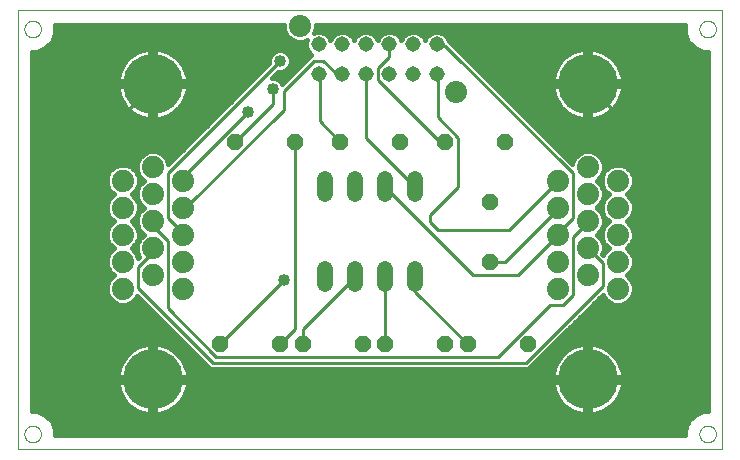
<source format=gbl>
G75*
%MOIN*%
%OFA0B0*%
%FSLAX25Y25*%
%IPPOS*%
%LPD*%
%AMOC8*
5,1,8,0,0,1.08239X$1,22.5*
%
%ADD10C,0.00000*%
%ADD11C,0.05200*%
%ADD12C,0.07400*%
%ADD13C,0.20000*%
%ADD14OC8,0.05200*%
%ADD15C,0.05150*%
%ADD16C,0.07382*%
%ADD17C,0.01000*%
%ADD18C,0.04000*%
%ADD19C,0.01600*%
D10*
X0025955Y0001800D02*
X0025955Y0148001D01*
X0260876Y0148001D01*
X0260876Y0001800D01*
X0025955Y0001800D01*
X0028199Y0006800D02*
X0028201Y0006905D01*
X0028207Y0007010D01*
X0028217Y0007114D01*
X0028231Y0007218D01*
X0028249Y0007322D01*
X0028271Y0007424D01*
X0028296Y0007526D01*
X0028326Y0007627D01*
X0028359Y0007726D01*
X0028396Y0007824D01*
X0028437Y0007921D01*
X0028482Y0008016D01*
X0028530Y0008109D01*
X0028581Y0008201D01*
X0028637Y0008290D01*
X0028695Y0008377D01*
X0028757Y0008462D01*
X0028821Y0008545D01*
X0028889Y0008625D01*
X0028960Y0008702D01*
X0029034Y0008776D01*
X0029111Y0008848D01*
X0029190Y0008917D01*
X0029272Y0008982D01*
X0029356Y0009045D01*
X0029443Y0009104D01*
X0029532Y0009160D01*
X0029623Y0009213D01*
X0029716Y0009262D01*
X0029810Y0009307D01*
X0029906Y0009349D01*
X0030004Y0009387D01*
X0030103Y0009421D01*
X0030204Y0009452D01*
X0030305Y0009478D01*
X0030408Y0009501D01*
X0030511Y0009520D01*
X0030615Y0009535D01*
X0030719Y0009546D01*
X0030824Y0009553D01*
X0030929Y0009556D01*
X0031034Y0009555D01*
X0031139Y0009550D01*
X0031243Y0009541D01*
X0031347Y0009528D01*
X0031451Y0009511D01*
X0031554Y0009490D01*
X0031656Y0009465D01*
X0031757Y0009437D01*
X0031856Y0009404D01*
X0031955Y0009368D01*
X0032052Y0009328D01*
X0032147Y0009285D01*
X0032241Y0009237D01*
X0032333Y0009187D01*
X0032423Y0009133D01*
X0032511Y0009075D01*
X0032596Y0009014D01*
X0032679Y0008950D01*
X0032760Y0008883D01*
X0032838Y0008813D01*
X0032913Y0008739D01*
X0032985Y0008664D01*
X0033055Y0008585D01*
X0033121Y0008504D01*
X0033185Y0008420D01*
X0033245Y0008334D01*
X0033301Y0008246D01*
X0033355Y0008155D01*
X0033405Y0008063D01*
X0033451Y0007969D01*
X0033494Y0007873D01*
X0033533Y0007775D01*
X0033568Y0007677D01*
X0033599Y0007576D01*
X0033627Y0007475D01*
X0033651Y0007373D01*
X0033671Y0007270D01*
X0033687Y0007166D01*
X0033699Y0007062D01*
X0033707Y0006957D01*
X0033711Y0006852D01*
X0033711Y0006748D01*
X0033707Y0006643D01*
X0033699Y0006538D01*
X0033687Y0006434D01*
X0033671Y0006330D01*
X0033651Y0006227D01*
X0033627Y0006125D01*
X0033599Y0006024D01*
X0033568Y0005923D01*
X0033533Y0005825D01*
X0033494Y0005727D01*
X0033451Y0005631D01*
X0033405Y0005537D01*
X0033355Y0005445D01*
X0033301Y0005354D01*
X0033245Y0005266D01*
X0033185Y0005180D01*
X0033121Y0005096D01*
X0033055Y0005015D01*
X0032985Y0004936D01*
X0032913Y0004861D01*
X0032838Y0004787D01*
X0032760Y0004717D01*
X0032679Y0004650D01*
X0032596Y0004586D01*
X0032511Y0004525D01*
X0032423Y0004467D01*
X0032333Y0004413D01*
X0032241Y0004363D01*
X0032147Y0004315D01*
X0032052Y0004272D01*
X0031955Y0004232D01*
X0031856Y0004196D01*
X0031757Y0004163D01*
X0031656Y0004135D01*
X0031554Y0004110D01*
X0031451Y0004089D01*
X0031347Y0004072D01*
X0031243Y0004059D01*
X0031139Y0004050D01*
X0031034Y0004045D01*
X0030929Y0004044D01*
X0030824Y0004047D01*
X0030719Y0004054D01*
X0030615Y0004065D01*
X0030511Y0004080D01*
X0030408Y0004099D01*
X0030305Y0004122D01*
X0030204Y0004148D01*
X0030103Y0004179D01*
X0030004Y0004213D01*
X0029906Y0004251D01*
X0029810Y0004293D01*
X0029716Y0004338D01*
X0029623Y0004387D01*
X0029532Y0004440D01*
X0029443Y0004496D01*
X0029356Y0004555D01*
X0029272Y0004618D01*
X0029190Y0004683D01*
X0029111Y0004752D01*
X0029034Y0004824D01*
X0028960Y0004898D01*
X0028889Y0004975D01*
X0028821Y0005055D01*
X0028757Y0005138D01*
X0028695Y0005223D01*
X0028637Y0005310D01*
X0028581Y0005399D01*
X0028530Y0005491D01*
X0028482Y0005584D01*
X0028437Y0005679D01*
X0028396Y0005776D01*
X0028359Y0005874D01*
X0028326Y0005973D01*
X0028296Y0006074D01*
X0028271Y0006176D01*
X0028249Y0006278D01*
X0028231Y0006382D01*
X0028217Y0006486D01*
X0028207Y0006590D01*
X0028201Y0006695D01*
X0028199Y0006800D01*
X0253199Y0006800D02*
X0253201Y0006905D01*
X0253207Y0007010D01*
X0253217Y0007114D01*
X0253231Y0007218D01*
X0253249Y0007322D01*
X0253271Y0007424D01*
X0253296Y0007526D01*
X0253326Y0007627D01*
X0253359Y0007726D01*
X0253396Y0007824D01*
X0253437Y0007921D01*
X0253482Y0008016D01*
X0253530Y0008109D01*
X0253581Y0008201D01*
X0253637Y0008290D01*
X0253695Y0008377D01*
X0253757Y0008462D01*
X0253821Y0008545D01*
X0253889Y0008625D01*
X0253960Y0008702D01*
X0254034Y0008776D01*
X0254111Y0008848D01*
X0254190Y0008917D01*
X0254272Y0008982D01*
X0254356Y0009045D01*
X0254443Y0009104D01*
X0254532Y0009160D01*
X0254623Y0009213D01*
X0254716Y0009262D01*
X0254810Y0009307D01*
X0254906Y0009349D01*
X0255004Y0009387D01*
X0255103Y0009421D01*
X0255204Y0009452D01*
X0255305Y0009478D01*
X0255408Y0009501D01*
X0255511Y0009520D01*
X0255615Y0009535D01*
X0255719Y0009546D01*
X0255824Y0009553D01*
X0255929Y0009556D01*
X0256034Y0009555D01*
X0256139Y0009550D01*
X0256243Y0009541D01*
X0256347Y0009528D01*
X0256451Y0009511D01*
X0256554Y0009490D01*
X0256656Y0009465D01*
X0256757Y0009437D01*
X0256856Y0009404D01*
X0256955Y0009368D01*
X0257052Y0009328D01*
X0257147Y0009285D01*
X0257241Y0009237D01*
X0257333Y0009187D01*
X0257423Y0009133D01*
X0257511Y0009075D01*
X0257596Y0009014D01*
X0257679Y0008950D01*
X0257760Y0008883D01*
X0257838Y0008813D01*
X0257913Y0008739D01*
X0257985Y0008664D01*
X0258055Y0008585D01*
X0258121Y0008504D01*
X0258185Y0008420D01*
X0258245Y0008334D01*
X0258301Y0008246D01*
X0258355Y0008155D01*
X0258405Y0008063D01*
X0258451Y0007969D01*
X0258494Y0007873D01*
X0258533Y0007775D01*
X0258568Y0007677D01*
X0258599Y0007576D01*
X0258627Y0007475D01*
X0258651Y0007373D01*
X0258671Y0007270D01*
X0258687Y0007166D01*
X0258699Y0007062D01*
X0258707Y0006957D01*
X0258711Y0006852D01*
X0258711Y0006748D01*
X0258707Y0006643D01*
X0258699Y0006538D01*
X0258687Y0006434D01*
X0258671Y0006330D01*
X0258651Y0006227D01*
X0258627Y0006125D01*
X0258599Y0006024D01*
X0258568Y0005923D01*
X0258533Y0005825D01*
X0258494Y0005727D01*
X0258451Y0005631D01*
X0258405Y0005537D01*
X0258355Y0005445D01*
X0258301Y0005354D01*
X0258245Y0005266D01*
X0258185Y0005180D01*
X0258121Y0005096D01*
X0258055Y0005015D01*
X0257985Y0004936D01*
X0257913Y0004861D01*
X0257838Y0004787D01*
X0257760Y0004717D01*
X0257679Y0004650D01*
X0257596Y0004586D01*
X0257511Y0004525D01*
X0257423Y0004467D01*
X0257333Y0004413D01*
X0257241Y0004363D01*
X0257147Y0004315D01*
X0257052Y0004272D01*
X0256955Y0004232D01*
X0256856Y0004196D01*
X0256757Y0004163D01*
X0256656Y0004135D01*
X0256554Y0004110D01*
X0256451Y0004089D01*
X0256347Y0004072D01*
X0256243Y0004059D01*
X0256139Y0004050D01*
X0256034Y0004045D01*
X0255929Y0004044D01*
X0255824Y0004047D01*
X0255719Y0004054D01*
X0255615Y0004065D01*
X0255511Y0004080D01*
X0255408Y0004099D01*
X0255305Y0004122D01*
X0255204Y0004148D01*
X0255103Y0004179D01*
X0255004Y0004213D01*
X0254906Y0004251D01*
X0254810Y0004293D01*
X0254716Y0004338D01*
X0254623Y0004387D01*
X0254532Y0004440D01*
X0254443Y0004496D01*
X0254356Y0004555D01*
X0254272Y0004618D01*
X0254190Y0004683D01*
X0254111Y0004752D01*
X0254034Y0004824D01*
X0253960Y0004898D01*
X0253889Y0004975D01*
X0253821Y0005055D01*
X0253757Y0005138D01*
X0253695Y0005223D01*
X0253637Y0005310D01*
X0253581Y0005399D01*
X0253530Y0005491D01*
X0253482Y0005584D01*
X0253437Y0005679D01*
X0253396Y0005776D01*
X0253359Y0005874D01*
X0253326Y0005973D01*
X0253296Y0006074D01*
X0253271Y0006176D01*
X0253249Y0006278D01*
X0253231Y0006382D01*
X0253217Y0006486D01*
X0253207Y0006590D01*
X0253201Y0006695D01*
X0253199Y0006800D01*
X0253199Y0141800D02*
X0253201Y0141905D01*
X0253207Y0142010D01*
X0253217Y0142114D01*
X0253231Y0142218D01*
X0253249Y0142322D01*
X0253271Y0142424D01*
X0253296Y0142526D01*
X0253326Y0142627D01*
X0253359Y0142726D01*
X0253396Y0142824D01*
X0253437Y0142921D01*
X0253482Y0143016D01*
X0253530Y0143109D01*
X0253581Y0143201D01*
X0253637Y0143290D01*
X0253695Y0143377D01*
X0253757Y0143462D01*
X0253821Y0143545D01*
X0253889Y0143625D01*
X0253960Y0143702D01*
X0254034Y0143776D01*
X0254111Y0143848D01*
X0254190Y0143917D01*
X0254272Y0143982D01*
X0254356Y0144045D01*
X0254443Y0144104D01*
X0254532Y0144160D01*
X0254623Y0144213D01*
X0254716Y0144262D01*
X0254810Y0144307D01*
X0254906Y0144349D01*
X0255004Y0144387D01*
X0255103Y0144421D01*
X0255204Y0144452D01*
X0255305Y0144478D01*
X0255408Y0144501D01*
X0255511Y0144520D01*
X0255615Y0144535D01*
X0255719Y0144546D01*
X0255824Y0144553D01*
X0255929Y0144556D01*
X0256034Y0144555D01*
X0256139Y0144550D01*
X0256243Y0144541D01*
X0256347Y0144528D01*
X0256451Y0144511D01*
X0256554Y0144490D01*
X0256656Y0144465D01*
X0256757Y0144437D01*
X0256856Y0144404D01*
X0256955Y0144368D01*
X0257052Y0144328D01*
X0257147Y0144285D01*
X0257241Y0144237D01*
X0257333Y0144187D01*
X0257423Y0144133D01*
X0257511Y0144075D01*
X0257596Y0144014D01*
X0257679Y0143950D01*
X0257760Y0143883D01*
X0257838Y0143813D01*
X0257913Y0143739D01*
X0257985Y0143664D01*
X0258055Y0143585D01*
X0258121Y0143504D01*
X0258185Y0143420D01*
X0258245Y0143334D01*
X0258301Y0143246D01*
X0258355Y0143155D01*
X0258405Y0143063D01*
X0258451Y0142969D01*
X0258494Y0142873D01*
X0258533Y0142775D01*
X0258568Y0142677D01*
X0258599Y0142576D01*
X0258627Y0142475D01*
X0258651Y0142373D01*
X0258671Y0142270D01*
X0258687Y0142166D01*
X0258699Y0142062D01*
X0258707Y0141957D01*
X0258711Y0141852D01*
X0258711Y0141748D01*
X0258707Y0141643D01*
X0258699Y0141538D01*
X0258687Y0141434D01*
X0258671Y0141330D01*
X0258651Y0141227D01*
X0258627Y0141125D01*
X0258599Y0141024D01*
X0258568Y0140923D01*
X0258533Y0140825D01*
X0258494Y0140727D01*
X0258451Y0140631D01*
X0258405Y0140537D01*
X0258355Y0140445D01*
X0258301Y0140354D01*
X0258245Y0140266D01*
X0258185Y0140180D01*
X0258121Y0140096D01*
X0258055Y0140015D01*
X0257985Y0139936D01*
X0257913Y0139861D01*
X0257838Y0139787D01*
X0257760Y0139717D01*
X0257679Y0139650D01*
X0257596Y0139586D01*
X0257511Y0139525D01*
X0257423Y0139467D01*
X0257333Y0139413D01*
X0257241Y0139363D01*
X0257147Y0139315D01*
X0257052Y0139272D01*
X0256955Y0139232D01*
X0256856Y0139196D01*
X0256757Y0139163D01*
X0256656Y0139135D01*
X0256554Y0139110D01*
X0256451Y0139089D01*
X0256347Y0139072D01*
X0256243Y0139059D01*
X0256139Y0139050D01*
X0256034Y0139045D01*
X0255929Y0139044D01*
X0255824Y0139047D01*
X0255719Y0139054D01*
X0255615Y0139065D01*
X0255511Y0139080D01*
X0255408Y0139099D01*
X0255305Y0139122D01*
X0255204Y0139148D01*
X0255103Y0139179D01*
X0255004Y0139213D01*
X0254906Y0139251D01*
X0254810Y0139293D01*
X0254716Y0139338D01*
X0254623Y0139387D01*
X0254532Y0139440D01*
X0254443Y0139496D01*
X0254356Y0139555D01*
X0254272Y0139618D01*
X0254190Y0139683D01*
X0254111Y0139752D01*
X0254034Y0139824D01*
X0253960Y0139898D01*
X0253889Y0139975D01*
X0253821Y0140055D01*
X0253757Y0140138D01*
X0253695Y0140223D01*
X0253637Y0140310D01*
X0253581Y0140399D01*
X0253530Y0140491D01*
X0253482Y0140584D01*
X0253437Y0140679D01*
X0253396Y0140776D01*
X0253359Y0140874D01*
X0253326Y0140973D01*
X0253296Y0141074D01*
X0253271Y0141176D01*
X0253249Y0141278D01*
X0253231Y0141382D01*
X0253217Y0141486D01*
X0253207Y0141590D01*
X0253201Y0141695D01*
X0253199Y0141800D01*
X0028199Y0141800D02*
X0028201Y0141905D01*
X0028207Y0142010D01*
X0028217Y0142114D01*
X0028231Y0142218D01*
X0028249Y0142322D01*
X0028271Y0142424D01*
X0028296Y0142526D01*
X0028326Y0142627D01*
X0028359Y0142726D01*
X0028396Y0142824D01*
X0028437Y0142921D01*
X0028482Y0143016D01*
X0028530Y0143109D01*
X0028581Y0143201D01*
X0028637Y0143290D01*
X0028695Y0143377D01*
X0028757Y0143462D01*
X0028821Y0143545D01*
X0028889Y0143625D01*
X0028960Y0143702D01*
X0029034Y0143776D01*
X0029111Y0143848D01*
X0029190Y0143917D01*
X0029272Y0143982D01*
X0029356Y0144045D01*
X0029443Y0144104D01*
X0029532Y0144160D01*
X0029623Y0144213D01*
X0029716Y0144262D01*
X0029810Y0144307D01*
X0029906Y0144349D01*
X0030004Y0144387D01*
X0030103Y0144421D01*
X0030204Y0144452D01*
X0030305Y0144478D01*
X0030408Y0144501D01*
X0030511Y0144520D01*
X0030615Y0144535D01*
X0030719Y0144546D01*
X0030824Y0144553D01*
X0030929Y0144556D01*
X0031034Y0144555D01*
X0031139Y0144550D01*
X0031243Y0144541D01*
X0031347Y0144528D01*
X0031451Y0144511D01*
X0031554Y0144490D01*
X0031656Y0144465D01*
X0031757Y0144437D01*
X0031856Y0144404D01*
X0031955Y0144368D01*
X0032052Y0144328D01*
X0032147Y0144285D01*
X0032241Y0144237D01*
X0032333Y0144187D01*
X0032423Y0144133D01*
X0032511Y0144075D01*
X0032596Y0144014D01*
X0032679Y0143950D01*
X0032760Y0143883D01*
X0032838Y0143813D01*
X0032913Y0143739D01*
X0032985Y0143664D01*
X0033055Y0143585D01*
X0033121Y0143504D01*
X0033185Y0143420D01*
X0033245Y0143334D01*
X0033301Y0143246D01*
X0033355Y0143155D01*
X0033405Y0143063D01*
X0033451Y0142969D01*
X0033494Y0142873D01*
X0033533Y0142775D01*
X0033568Y0142677D01*
X0033599Y0142576D01*
X0033627Y0142475D01*
X0033651Y0142373D01*
X0033671Y0142270D01*
X0033687Y0142166D01*
X0033699Y0142062D01*
X0033707Y0141957D01*
X0033711Y0141852D01*
X0033711Y0141748D01*
X0033707Y0141643D01*
X0033699Y0141538D01*
X0033687Y0141434D01*
X0033671Y0141330D01*
X0033651Y0141227D01*
X0033627Y0141125D01*
X0033599Y0141024D01*
X0033568Y0140923D01*
X0033533Y0140825D01*
X0033494Y0140727D01*
X0033451Y0140631D01*
X0033405Y0140537D01*
X0033355Y0140445D01*
X0033301Y0140354D01*
X0033245Y0140266D01*
X0033185Y0140180D01*
X0033121Y0140096D01*
X0033055Y0140015D01*
X0032985Y0139936D01*
X0032913Y0139861D01*
X0032838Y0139787D01*
X0032760Y0139717D01*
X0032679Y0139650D01*
X0032596Y0139586D01*
X0032511Y0139525D01*
X0032423Y0139467D01*
X0032333Y0139413D01*
X0032241Y0139363D01*
X0032147Y0139315D01*
X0032052Y0139272D01*
X0031955Y0139232D01*
X0031856Y0139196D01*
X0031757Y0139163D01*
X0031656Y0139135D01*
X0031554Y0139110D01*
X0031451Y0139089D01*
X0031347Y0139072D01*
X0031243Y0139059D01*
X0031139Y0139050D01*
X0031034Y0139045D01*
X0030929Y0139044D01*
X0030824Y0139047D01*
X0030719Y0139054D01*
X0030615Y0139065D01*
X0030511Y0139080D01*
X0030408Y0139099D01*
X0030305Y0139122D01*
X0030204Y0139148D01*
X0030103Y0139179D01*
X0030004Y0139213D01*
X0029906Y0139251D01*
X0029810Y0139293D01*
X0029716Y0139338D01*
X0029623Y0139387D01*
X0029532Y0139440D01*
X0029443Y0139496D01*
X0029356Y0139555D01*
X0029272Y0139618D01*
X0029190Y0139683D01*
X0029111Y0139752D01*
X0029034Y0139824D01*
X0028960Y0139898D01*
X0028889Y0139975D01*
X0028821Y0140055D01*
X0028757Y0140138D01*
X0028695Y0140223D01*
X0028637Y0140310D01*
X0028581Y0140399D01*
X0028530Y0140491D01*
X0028482Y0140584D01*
X0028437Y0140679D01*
X0028396Y0140776D01*
X0028359Y0140874D01*
X0028326Y0140973D01*
X0028296Y0141074D01*
X0028271Y0141176D01*
X0028249Y0141278D01*
X0028231Y0141382D01*
X0028217Y0141486D01*
X0028207Y0141590D01*
X0028201Y0141695D01*
X0028199Y0141800D01*
D11*
X0128455Y0091900D02*
X0128455Y0086700D01*
X0138455Y0086700D02*
X0138455Y0091900D01*
X0148455Y0091900D02*
X0148455Y0086700D01*
X0158455Y0086700D02*
X0158455Y0091900D01*
X0158455Y0061900D02*
X0158455Y0056700D01*
X0148455Y0056700D02*
X0148455Y0061900D01*
X0138455Y0061900D02*
X0138455Y0056700D01*
X0128455Y0056700D02*
X0128455Y0061900D01*
D12*
X0080955Y0064261D03*
X0070955Y0068749D03*
X0060955Y0064261D03*
X0070955Y0059733D03*
X0060955Y0055245D03*
X0080955Y0055245D03*
X0080955Y0073276D03*
X0070955Y0077765D03*
X0060955Y0073276D03*
X0060955Y0082292D03*
X0070955Y0086780D03*
X0060955Y0091308D03*
X0070955Y0095796D03*
X0080955Y0091308D03*
X0080955Y0082292D03*
X0205955Y0082292D03*
X0215955Y0086780D03*
X0225955Y0082292D03*
X0215955Y0077765D03*
X0225955Y0073276D03*
X0215955Y0068749D03*
X0225955Y0064261D03*
X0215955Y0059733D03*
X0225955Y0055245D03*
X0205955Y0055245D03*
X0205955Y0064261D03*
X0205955Y0073276D03*
X0205955Y0091308D03*
X0215955Y0095796D03*
X0225955Y0091308D03*
D13*
X0215955Y0123513D03*
X0070955Y0123513D03*
X0070955Y0025087D03*
X0215955Y0025087D03*
D14*
X0195955Y0036800D03*
X0175955Y0036800D03*
X0168455Y0036800D03*
X0148455Y0036800D03*
X0140955Y0036800D03*
X0120955Y0036800D03*
X0113455Y0036800D03*
X0093455Y0036800D03*
X0183455Y0064300D03*
X0183455Y0084300D03*
X0188455Y0104300D03*
X0168455Y0104300D03*
X0153455Y0104300D03*
X0133455Y0104300D03*
X0118455Y0104300D03*
X0098455Y0104300D03*
D15*
X0126270Y0126879D03*
X0134144Y0126879D03*
X0142018Y0126879D03*
X0149892Y0126879D03*
X0157766Y0126879D03*
X0165640Y0126879D03*
X0165640Y0136721D03*
X0157766Y0136721D03*
X0149892Y0136721D03*
X0142018Y0136721D03*
X0134144Y0136721D03*
X0126270Y0136721D03*
D16*
X0119971Y0142824D03*
X0171939Y0120776D03*
D17*
X0165955Y0126800D02*
X0165640Y0126879D01*
X0165955Y0126800D02*
X0165955Y0112425D01*
X0172830Y0105550D01*
X0172830Y0089300D01*
X0163455Y0079925D01*
X0163455Y0077425D01*
X0165955Y0074925D01*
X0189705Y0074925D01*
X0205955Y0091175D01*
X0205955Y0091308D01*
X0210955Y0093675D02*
X0210955Y0078675D01*
X0205955Y0073675D01*
X0205955Y0073276D01*
X0205955Y0073050D01*
X0192830Y0059925D01*
X0177830Y0059925D01*
X0148455Y0089300D01*
X0158455Y0089300D02*
X0142205Y0105550D01*
X0142205Y0126800D01*
X0142018Y0126879D01*
X0145955Y0128675D02*
X0145955Y0124925D01*
X0166580Y0104300D01*
X0168455Y0104300D01*
X0133455Y0104300D02*
X0126580Y0111175D01*
X0126580Y0126800D01*
X0126270Y0126879D01*
X0127830Y0131175D02*
X0131580Y0127425D01*
X0134080Y0127425D01*
X0134144Y0126879D01*
X0127830Y0131175D02*
X0124705Y0131175D01*
X0114705Y0121175D01*
X0114705Y0114925D01*
X0082205Y0082425D01*
X0080955Y0082425D01*
X0080955Y0082292D01*
X0075955Y0078675D02*
X0080955Y0073675D01*
X0080955Y0073276D01*
X0075955Y0071175D02*
X0075955Y0048675D01*
X0092205Y0032425D01*
X0185955Y0032425D01*
X0203455Y0049925D01*
X0207830Y0049925D01*
X0210955Y0053050D01*
X0210955Y0072425D01*
X0215955Y0077425D01*
X0215955Y0077765D01*
X0205955Y0081800D02*
X0205955Y0082292D01*
X0205955Y0081800D02*
X0188455Y0064300D01*
X0183455Y0064300D01*
X0158455Y0059300D02*
X0158455Y0054300D01*
X0175955Y0036800D01*
X0195330Y0030550D02*
X0220955Y0056175D01*
X0220955Y0063675D01*
X0215955Y0068675D01*
X0215955Y0068749D01*
X0230955Y0053050D02*
X0230955Y0108050D01*
X0215955Y0123050D01*
X0215955Y0123513D01*
X0210955Y0093675D02*
X0168455Y0136175D01*
X0165955Y0136175D01*
X0165640Y0136721D01*
X0149892Y0136721D02*
X0149705Y0136175D01*
X0149705Y0132425D01*
X0145955Y0128675D01*
X0113455Y0131175D02*
X0075955Y0093675D01*
X0075955Y0078675D01*
X0070955Y0077765D02*
X0070955Y0076175D01*
X0075955Y0071175D01*
X0070955Y0068749D02*
X0070955Y0067425D01*
X0065955Y0062425D01*
X0065955Y0055550D01*
X0090955Y0030550D01*
X0195330Y0030550D01*
X0215955Y0025087D02*
X0215955Y0038050D01*
X0230955Y0053050D01*
X0148455Y0059300D02*
X0148455Y0036800D01*
X0138455Y0059300D02*
X0120955Y0041800D01*
X0120955Y0036800D01*
X0118455Y0041800D02*
X0113455Y0036800D01*
X0118455Y0041800D02*
X0118455Y0104300D01*
X0110955Y0116800D02*
X0098455Y0104300D01*
X0102830Y0114300D02*
X0080955Y0092425D01*
X0080955Y0091308D01*
X0055955Y0108050D02*
X0070955Y0123050D01*
X0070955Y0123513D01*
X0055955Y0108050D02*
X0055955Y0053050D01*
X0070955Y0038050D01*
X0070955Y0025087D01*
X0093455Y0036800D02*
X0114705Y0058050D01*
X0110955Y0116800D02*
X0110955Y0121800D01*
D18*
X0110955Y0121800D03*
X0102830Y0114300D03*
X0113455Y0131175D03*
X0114705Y0058050D03*
D19*
X0077656Y0040880D02*
X0030755Y0040880D01*
X0030755Y0039281D02*
X0079254Y0039281D01*
X0080853Y0037683D02*
X0030755Y0037683D01*
X0030755Y0036084D02*
X0066655Y0036084D01*
X0066432Y0036006D02*
X0065238Y0035431D01*
X0064116Y0034726D01*
X0063080Y0033900D01*
X0062143Y0032963D01*
X0061316Y0031926D01*
X0060611Y0030804D01*
X0060036Y0029610D01*
X0059598Y0028359D01*
X0059304Y0027067D01*
X0059171Y0025887D01*
X0070155Y0025887D01*
X0070155Y0024287D01*
X0071755Y0024287D01*
X0071755Y0013303D01*
X0072935Y0013436D01*
X0074227Y0013731D01*
X0075478Y0014168D01*
X0076672Y0014743D01*
X0077794Y0015449D01*
X0078830Y0016275D01*
X0079768Y0017212D01*
X0080594Y0018248D01*
X0081299Y0019371D01*
X0081874Y0020565D01*
X0082312Y0021816D01*
X0082607Y0023108D01*
X0082740Y0024287D01*
X0071755Y0024287D01*
X0071755Y0025887D01*
X0082740Y0025887D01*
X0082607Y0027067D01*
X0082312Y0028359D01*
X0081874Y0029610D01*
X0081299Y0030804D01*
X0080594Y0031926D01*
X0079768Y0032963D01*
X0078830Y0033900D01*
X0077794Y0034726D01*
X0076672Y0035431D01*
X0075478Y0036006D01*
X0074227Y0036444D01*
X0072935Y0036739D01*
X0071755Y0036872D01*
X0071755Y0025887D01*
X0070155Y0025887D01*
X0070155Y0036872D01*
X0068975Y0036739D01*
X0067683Y0036444D01*
X0066432Y0036006D01*
X0063814Y0034486D02*
X0030755Y0034486D01*
X0030755Y0032887D02*
X0062082Y0032887D01*
X0060916Y0031289D02*
X0030755Y0031289D01*
X0030755Y0029690D02*
X0060075Y0029690D01*
X0059537Y0028092D02*
X0030755Y0028092D01*
X0030755Y0026493D02*
X0059239Y0026493D01*
X0059171Y0024287D02*
X0059304Y0023108D01*
X0059598Y0021816D01*
X0060036Y0020565D01*
X0060611Y0019371D01*
X0061316Y0018248D01*
X0062143Y0017212D01*
X0063080Y0016275D01*
X0064116Y0015449D01*
X0065238Y0014743D01*
X0066432Y0014168D01*
X0067683Y0013731D01*
X0068975Y0013436D01*
X0070155Y0013303D01*
X0070155Y0024287D01*
X0059171Y0024287D01*
X0059282Y0023296D02*
X0030755Y0023296D01*
X0030755Y0021698D02*
X0059640Y0021698D01*
X0060260Y0020099D02*
X0030755Y0020099D01*
X0030755Y0018501D02*
X0061158Y0018501D01*
X0062453Y0016902D02*
X0030755Y0016902D01*
X0030755Y0015303D02*
X0064347Y0015303D01*
X0067796Y0013705D02*
X0034030Y0013705D01*
X0035235Y0013206D02*
X0032458Y0014356D01*
X0030755Y0014356D01*
X0030755Y0134244D01*
X0032458Y0134244D01*
X0035235Y0135394D01*
X0037361Y0137520D01*
X0038511Y0140297D01*
X0038511Y0143201D01*
X0114680Y0143201D01*
X0114680Y0141771D01*
X0115485Y0139827D01*
X0116974Y0138338D01*
X0118918Y0137533D01*
X0121023Y0137533D01*
X0122308Y0138065D01*
X0122095Y0137552D01*
X0122095Y0135891D01*
X0122731Y0134356D01*
X0123824Y0133263D01*
X0114122Y0123562D01*
X0114007Y0123839D01*
X0112994Y0124852D01*
X0111671Y0125400D01*
X0110650Y0125400D01*
X0112825Y0127575D01*
X0114171Y0127575D01*
X0115494Y0128123D01*
X0116507Y0129136D01*
X0117055Y0130459D01*
X0117055Y0131891D01*
X0116507Y0133214D01*
X0115494Y0134227D01*
X0114171Y0134775D01*
X0112739Y0134775D01*
X0111416Y0134227D01*
X0110403Y0133214D01*
X0109855Y0131891D01*
X0109855Y0130545D01*
X0076227Y0096917D01*
X0075448Y0098798D01*
X0073957Y0100289D01*
X0072009Y0101096D01*
X0069901Y0101096D01*
X0067953Y0100289D01*
X0066462Y0098798D01*
X0065655Y0096850D01*
X0065655Y0094742D01*
X0066462Y0092794D01*
X0067953Y0091303D01*
X0067989Y0091288D01*
X0067953Y0091273D01*
X0066462Y0089783D01*
X0065655Y0087835D01*
X0065655Y0085726D01*
X0066462Y0083778D01*
X0067953Y0082287D01*
X0067989Y0082272D01*
X0067953Y0082258D01*
X0066462Y0080767D01*
X0065655Y0078819D01*
X0065655Y0076710D01*
X0066462Y0074762D01*
X0067953Y0073271D01*
X0067989Y0073257D01*
X0067953Y0073242D01*
X0066462Y0071751D01*
X0065655Y0069803D01*
X0065655Y0067695D01*
X0066417Y0065856D01*
X0066144Y0065584D01*
X0065448Y0067263D01*
X0063957Y0068754D01*
X0063922Y0068769D01*
X0063957Y0068783D01*
X0065448Y0070274D01*
X0066255Y0072222D01*
X0066255Y0074331D01*
X0065448Y0076279D01*
X0063957Y0077769D01*
X0063922Y0077784D01*
X0063957Y0077799D01*
X0065448Y0079290D01*
X0066255Y0081238D01*
X0066255Y0083346D01*
X0065448Y0085294D01*
X0063957Y0086785D01*
X0063922Y0086800D01*
X0063957Y0086815D01*
X0065448Y0088306D01*
X0066255Y0090254D01*
X0066255Y0092362D01*
X0065448Y0094310D01*
X0063957Y0095801D01*
X0062009Y0096608D01*
X0059901Y0096608D01*
X0057953Y0095801D01*
X0056462Y0094310D01*
X0055655Y0092362D01*
X0055655Y0090254D01*
X0056462Y0088306D01*
X0057953Y0086815D01*
X0057989Y0086800D01*
X0057953Y0086785D01*
X0056462Y0085294D01*
X0055655Y0083346D01*
X0055655Y0081238D01*
X0056462Y0079290D01*
X0057953Y0077799D01*
X0057989Y0077784D01*
X0057953Y0077769D01*
X0056462Y0076279D01*
X0055655Y0074331D01*
X0055655Y0072222D01*
X0056462Y0070274D01*
X0057953Y0068783D01*
X0057989Y0068769D01*
X0057953Y0068754D01*
X0056462Y0067263D01*
X0055655Y0065315D01*
X0055655Y0063206D01*
X0056462Y0061258D01*
X0057953Y0059768D01*
X0057989Y0059753D01*
X0057953Y0059738D01*
X0056462Y0058247D01*
X0055655Y0056299D01*
X0055655Y0054191D01*
X0056462Y0052243D01*
X0057953Y0050752D01*
X0059901Y0049945D01*
X0062009Y0049945D01*
X0063957Y0050752D01*
X0065448Y0052243D01*
X0065696Y0052840D01*
X0090085Y0028450D01*
X0196200Y0028450D01*
X0221032Y0053282D01*
X0221462Y0052243D01*
X0222953Y0050752D01*
X0224901Y0049945D01*
X0227009Y0049945D01*
X0228957Y0050752D01*
X0230448Y0052243D01*
X0231255Y0054191D01*
X0231255Y0056299D01*
X0230448Y0058247D01*
X0228957Y0059738D01*
X0228922Y0059753D01*
X0228957Y0059768D01*
X0230448Y0061258D01*
X0231255Y0063206D01*
X0231255Y0065315D01*
X0230448Y0067263D01*
X0228957Y0068754D01*
X0228922Y0068769D01*
X0228957Y0068783D01*
X0230448Y0070274D01*
X0231255Y0072222D01*
X0231255Y0074331D01*
X0230448Y0076279D01*
X0228957Y0077769D01*
X0228922Y0077784D01*
X0228957Y0077799D01*
X0230448Y0079290D01*
X0231255Y0081238D01*
X0231255Y0083346D01*
X0230448Y0085294D01*
X0228957Y0086785D01*
X0228922Y0086800D01*
X0228957Y0086815D01*
X0230448Y0088306D01*
X0231255Y0090254D01*
X0231255Y0092362D01*
X0230448Y0094310D01*
X0228957Y0095801D01*
X0227009Y0096608D01*
X0224901Y0096608D01*
X0222953Y0095801D01*
X0221462Y0094310D01*
X0220655Y0092362D01*
X0220655Y0090254D01*
X0221462Y0088306D01*
X0222953Y0086815D01*
X0222989Y0086800D01*
X0222953Y0086785D01*
X0221462Y0085294D01*
X0220655Y0083346D01*
X0220655Y0081238D01*
X0221462Y0079290D01*
X0222953Y0077799D01*
X0222989Y0077784D01*
X0222953Y0077769D01*
X0221462Y0076279D01*
X0220655Y0074331D01*
X0220655Y0072222D01*
X0221462Y0070274D01*
X0222953Y0068783D01*
X0222989Y0068769D01*
X0222953Y0068754D01*
X0221462Y0067263D01*
X0221133Y0066467D01*
X0220860Y0066740D01*
X0221255Y0067695D01*
X0221255Y0069803D01*
X0220448Y0071751D01*
X0218957Y0073242D01*
X0218922Y0073257D01*
X0218957Y0073271D01*
X0220448Y0074762D01*
X0221255Y0076710D01*
X0221255Y0078819D01*
X0220448Y0080767D01*
X0218957Y0082258D01*
X0218922Y0082272D01*
X0218957Y0082287D01*
X0220448Y0083778D01*
X0221255Y0085726D01*
X0221255Y0087835D01*
X0220448Y0089783D01*
X0218957Y0091273D01*
X0218922Y0091288D01*
X0218957Y0091303D01*
X0220448Y0092794D01*
X0221255Y0094742D01*
X0221255Y0096850D01*
X0220448Y0098798D01*
X0218957Y0100289D01*
X0217009Y0101096D01*
X0214901Y0101096D01*
X0212953Y0100289D01*
X0211462Y0098798D01*
X0210683Y0096917D01*
X0169650Y0137950D01*
X0169179Y0139086D01*
X0168005Y0140260D01*
X0166471Y0140896D01*
X0164810Y0140896D01*
X0163275Y0140260D01*
X0162101Y0139086D01*
X0161703Y0138126D01*
X0161305Y0139086D01*
X0160131Y0140260D01*
X0158597Y0140896D01*
X0156936Y0140896D01*
X0155401Y0140260D01*
X0154227Y0139086D01*
X0153829Y0138126D01*
X0153431Y0139086D01*
X0152257Y0140260D01*
X0150723Y0140896D01*
X0149062Y0140896D01*
X0147527Y0140260D01*
X0146353Y0139086D01*
X0145955Y0138126D01*
X0145557Y0139086D01*
X0144383Y0140260D01*
X0142849Y0140896D01*
X0141188Y0140896D01*
X0139653Y0140260D01*
X0138479Y0139086D01*
X0138081Y0138126D01*
X0137683Y0139086D01*
X0136509Y0140260D01*
X0134975Y0140896D01*
X0133314Y0140896D01*
X0131779Y0140260D01*
X0130605Y0139086D01*
X0130207Y0138126D01*
X0129809Y0139086D01*
X0128635Y0140260D01*
X0127100Y0140896D01*
X0125440Y0140896D01*
X0124787Y0140626D01*
X0125262Y0141771D01*
X0125262Y0143201D01*
X0248399Y0143201D01*
X0248399Y0140297D01*
X0249550Y0137520D01*
X0251675Y0135394D01*
X0254452Y0134244D01*
X0256076Y0134244D01*
X0256076Y0014356D01*
X0254452Y0014356D01*
X0251675Y0013206D01*
X0249550Y0011080D01*
X0248399Y0008303D01*
X0248399Y0006600D01*
X0038511Y0006600D01*
X0038511Y0008303D01*
X0037361Y0011080D01*
X0035235Y0013206D01*
X0036334Y0012106D02*
X0250576Y0012106D01*
X0249313Y0010508D02*
X0037598Y0010508D01*
X0038260Y0008909D02*
X0248650Y0008909D01*
X0248399Y0007311D02*
X0038511Y0007311D01*
X0070155Y0013705D02*
X0071755Y0013705D01*
X0071755Y0015303D02*
X0070155Y0015303D01*
X0070155Y0016902D02*
X0071755Y0016902D01*
X0071755Y0018501D02*
X0070155Y0018501D01*
X0070155Y0020099D02*
X0071755Y0020099D01*
X0071755Y0021698D02*
X0070155Y0021698D01*
X0070155Y0023296D02*
X0071755Y0023296D01*
X0071755Y0024895D02*
X0215155Y0024895D01*
X0215155Y0024287D02*
X0204171Y0024287D01*
X0204304Y0023108D01*
X0204598Y0021816D01*
X0205036Y0020565D01*
X0205611Y0019371D01*
X0206316Y0018248D01*
X0207143Y0017212D01*
X0208080Y0016275D01*
X0209116Y0015449D01*
X0210238Y0014743D01*
X0211432Y0014168D01*
X0212683Y0013731D01*
X0213975Y0013436D01*
X0215155Y0013303D01*
X0215155Y0024287D01*
X0216755Y0024287D01*
X0216755Y0013303D01*
X0217935Y0013436D01*
X0219227Y0013731D01*
X0220478Y0014168D01*
X0221672Y0014743D01*
X0222794Y0015449D01*
X0223830Y0016275D01*
X0224768Y0017212D01*
X0225594Y0018248D01*
X0226299Y0019371D01*
X0226874Y0020565D01*
X0227312Y0021816D01*
X0227607Y0023108D01*
X0227740Y0024287D01*
X0216755Y0024287D01*
X0216755Y0025887D01*
X0227740Y0025887D01*
X0227607Y0027067D01*
X0227312Y0028359D01*
X0226874Y0029610D01*
X0226299Y0030804D01*
X0225594Y0031926D01*
X0224768Y0032963D01*
X0223830Y0033900D01*
X0222794Y0034726D01*
X0221672Y0035431D01*
X0220478Y0036006D01*
X0219227Y0036444D01*
X0217935Y0036739D01*
X0216755Y0036872D01*
X0216755Y0025887D01*
X0215155Y0025887D01*
X0215155Y0024287D01*
X0215155Y0023296D02*
X0216755Y0023296D01*
X0216755Y0021698D02*
X0215155Y0021698D01*
X0215155Y0020099D02*
X0216755Y0020099D01*
X0216755Y0018501D02*
X0215155Y0018501D01*
X0215155Y0016902D02*
X0216755Y0016902D01*
X0216755Y0015303D02*
X0215155Y0015303D01*
X0215155Y0013705D02*
X0216755Y0013705D01*
X0219114Y0013705D02*
X0252881Y0013705D01*
X0256076Y0015303D02*
X0222563Y0015303D01*
X0224457Y0016902D02*
X0256076Y0016902D01*
X0256076Y0018501D02*
X0225752Y0018501D01*
X0226650Y0020099D02*
X0256076Y0020099D01*
X0256076Y0021698D02*
X0227270Y0021698D01*
X0227628Y0023296D02*
X0256076Y0023296D01*
X0256076Y0024895D02*
X0216755Y0024895D01*
X0216755Y0026493D02*
X0215155Y0026493D01*
X0215155Y0025887D02*
X0215155Y0036872D01*
X0213975Y0036739D01*
X0212683Y0036444D01*
X0211432Y0036006D01*
X0210238Y0035431D01*
X0209116Y0034726D01*
X0208080Y0033900D01*
X0207143Y0032963D01*
X0206316Y0031926D01*
X0205611Y0030804D01*
X0205036Y0029610D01*
X0204598Y0028359D01*
X0204304Y0027067D01*
X0204171Y0025887D01*
X0215155Y0025887D01*
X0215155Y0028092D02*
X0216755Y0028092D01*
X0216755Y0029690D02*
X0215155Y0029690D01*
X0215155Y0031289D02*
X0216755Y0031289D01*
X0216755Y0032887D02*
X0215155Y0032887D01*
X0215155Y0034486D02*
X0216755Y0034486D01*
X0216755Y0036084D02*
X0215155Y0036084D01*
X0211655Y0036084D02*
X0203834Y0036084D01*
X0202236Y0034486D02*
X0208814Y0034486D01*
X0207082Y0032887D02*
X0200637Y0032887D01*
X0199039Y0031289D02*
X0205916Y0031289D01*
X0205075Y0029690D02*
X0197440Y0029690D01*
X0204537Y0028092D02*
X0082373Y0028092D01*
X0082671Y0026493D02*
X0204239Y0026493D01*
X0204282Y0023296D02*
X0082628Y0023296D01*
X0082270Y0021698D02*
X0204640Y0021698D01*
X0205260Y0020099D02*
X0081650Y0020099D01*
X0080752Y0018501D02*
X0206158Y0018501D01*
X0207453Y0016902D02*
X0079457Y0016902D01*
X0077563Y0015303D02*
X0209347Y0015303D01*
X0212796Y0013705D02*
X0074114Y0013705D01*
X0070155Y0024895D02*
X0030755Y0024895D01*
X0030755Y0042478D02*
X0076057Y0042478D01*
X0074459Y0044077D02*
X0030755Y0044077D01*
X0030755Y0045675D02*
X0072860Y0045675D01*
X0071262Y0047274D02*
X0030755Y0047274D01*
X0030755Y0048872D02*
X0069663Y0048872D01*
X0068065Y0050471D02*
X0063279Y0050471D01*
X0065275Y0052069D02*
X0066466Y0052069D01*
X0058631Y0050471D02*
X0030755Y0050471D01*
X0030755Y0052069D02*
X0056635Y0052069D01*
X0055872Y0053668D02*
X0030755Y0053668D01*
X0030755Y0055266D02*
X0055655Y0055266D01*
X0055889Y0056865D02*
X0030755Y0056865D01*
X0030755Y0058463D02*
X0056678Y0058463D01*
X0057659Y0060062D02*
X0030755Y0060062D01*
X0030755Y0061660D02*
X0056296Y0061660D01*
X0055655Y0063259D02*
X0030755Y0063259D01*
X0030755Y0064857D02*
X0055655Y0064857D01*
X0056128Y0066456D02*
X0030755Y0066456D01*
X0030755Y0068054D02*
X0057254Y0068054D01*
X0057083Y0069653D02*
X0030755Y0069653D01*
X0030755Y0071251D02*
X0056057Y0071251D01*
X0055655Y0072850D02*
X0030755Y0072850D01*
X0030755Y0074448D02*
X0055704Y0074448D01*
X0056366Y0076047D02*
X0030755Y0076047D01*
X0030755Y0077645D02*
X0057829Y0077645D01*
X0056508Y0079244D02*
X0030755Y0079244D01*
X0030755Y0080842D02*
X0055819Y0080842D01*
X0055655Y0082441D02*
X0030755Y0082441D01*
X0030755Y0084039D02*
X0055942Y0084039D01*
X0056806Y0085638D02*
X0030755Y0085638D01*
X0030755Y0087237D02*
X0057531Y0087237D01*
X0056243Y0088835D02*
X0030755Y0088835D01*
X0030755Y0090434D02*
X0055655Y0090434D01*
X0055655Y0092032D02*
X0030755Y0092032D01*
X0030755Y0093631D02*
X0056181Y0093631D01*
X0057381Y0095229D02*
X0030755Y0095229D01*
X0030755Y0096828D02*
X0065655Y0096828D01*
X0065655Y0095229D02*
X0064529Y0095229D01*
X0065730Y0093631D02*
X0066115Y0093631D01*
X0066255Y0092032D02*
X0067224Y0092032D01*
X0067113Y0090434D02*
X0066255Y0090434D01*
X0066070Y0088835D02*
X0065667Y0088835D01*
X0065655Y0087237D02*
X0064379Y0087237D01*
X0065105Y0085638D02*
X0065692Y0085638D01*
X0065968Y0084039D02*
X0066354Y0084039D01*
X0066255Y0082441D02*
X0067799Y0082441D01*
X0066538Y0080842D02*
X0066091Y0080842D01*
X0065831Y0079244D02*
X0065402Y0079244D01*
X0065655Y0077645D02*
X0064081Y0077645D01*
X0065544Y0076047D02*
X0065930Y0076047D01*
X0066206Y0074448D02*
X0066776Y0074448D01*
X0066255Y0072850D02*
X0067561Y0072850D01*
X0066255Y0071251D02*
X0065853Y0071251D01*
X0065655Y0069653D02*
X0064827Y0069653D01*
X0064657Y0068054D02*
X0065655Y0068054D01*
X0065782Y0066456D02*
X0066168Y0066456D01*
X0070155Y0036084D02*
X0071755Y0036084D01*
X0071755Y0034486D02*
X0070155Y0034486D01*
X0070155Y0032887D02*
X0071755Y0032887D01*
X0071755Y0031289D02*
X0070155Y0031289D01*
X0070155Y0029690D02*
X0071755Y0029690D01*
X0071755Y0028092D02*
X0070155Y0028092D01*
X0070155Y0026493D02*
X0071755Y0026493D01*
X0080995Y0031289D02*
X0087247Y0031289D01*
X0085648Y0032887D02*
X0079828Y0032887D01*
X0078096Y0034486D02*
X0084050Y0034486D01*
X0082451Y0036084D02*
X0075256Y0036084D01*
X0081836Y0029690D02*
X0088845Y0029690D01*
X0205433Y0037683D02*
X0256076Y0037683D01*
X0256076Y0039281D02*
X0207031Y0039281D01*
X0208630Y0040880D02*
X0256076Y0040880D01*
X0256076Y0042478D02*
X0210228Y0042478D01*
X0211827Y0044077D02*
X0256076Y0044077D01*
X0256076Y0045675D02*
X0213425Y0045675D01*
X0215024Y0047274D02*
X0256076Y0047274D01*
X0256076Y0048872D02*
X0216622Y0048872D01*
X0218221Y0050471D02*
X0223631Y0050471D01*
X0221635Y0052069D02*
X0219819Y0052069D01*
X0228279Y0050471D02*
X0256076Y0050471D01*
X0256076Y0052069D02*
X0230275Y0052069D01*
X0231039Y0053668D02*
X0256076Y0053668D01*
X0256076Y0055266D02*
X0231255Y0055266D01*
X0231021Y0056865D02*
X0256076Y0056865D01*
X0256076Y0058463D02*
X0230232Y0058463D01*
X0229252Y0060062D02*
X0256076Y0060062D01*
X0256076Y0061660D02*
X0230615Y0061660D01*
X0231255Y0063259D02*
X0256076Y0063259D01*
X0256076Y0064857D02*
X0231255Y0064857D01*
X0230782Y0066456D02*
X0256076Y0066456D01*
X0256076Y0068054D02*
X0229657Y0068054D01*
X0229827Y0069653D02*
X0256076Y0069653D01*
X0256076Y0071251D02*
X0230853Y0071251D01*
X0231255Y0072850D02*
X0256076Y0072850D01*
X0256076Y0074448D02*
X0231206Y0074448D01*
X0230544Y0076047D02*
X0256076Y0076047D01*
X0256076Y0077645D02*
X0229081Y0077645D01*
X0230402Y0079244D02*
X0256076Y0079244D01*
X0256076Y0080842D02*
X0231091Y0080842D01*
X0231255Y0082441D02*
X0256076Y0082441D01*
X0256076Y0084039D02*
X0230968Y0084039D01*
X0230105Y0085638D02*
X0256076Y0085638D01*
X0256076Y0087237D02*
X0229379Y0087237D01*
X0230667Y0088835D02*
X0256076Y0088835D01*
X0256076Y0090434D02*
X0231255Y0090434D01*
X0231255Y0092032D02*
X0256076Y0092032D01*
X0256076Y0093631D02*
X0230730Y0093631D01*
X0229529Y0095229D02*
X0256076Y0095229D01*
X0256076Y0096828D02*
X0221255Y0096828D01*
X0221255Y0095229D02*
X0222381Y0095229D01*
X0221181Y0093631D02*
X0220795Y0093631D01*
X0220655Y0092032D02*
X0219686Y0092032D01*
X0219797Y0090434D02*
X0220655Y0090434D01*
X0220841Y0088835D02*
X0221243Y0088835D01*
X0221255Y0087237D02*
X0222531Y0087237D01*
X0221806Y0085638D02*
X0221219Y0085638D01*
X0220942Y0084039D02*
X0220556Y0084039D01*
X0220655Y0082441D02*
X0219111Y0082441D01*
X0220373Y0080842D02*
X0220819Y0080842D01*
X0221079Y0079244D02*
X0221508Y0079244D01*
X0221255Y0077645D02*
X0222829Y0077645D01*
X0221366Y0076047D02*
X0220980Y0076047D01*
X0220704Y0074448D02*
X0220134Y0074448D01*
X0220655Y0072850D02*
X0219349Y0072850D01*
X0220655Y0071251D02*
X0221057Y0071251D01*
X0221255Y0069653D02*
X0222083Y0069653D01*
X0222254Y0068054D02*
X0221255Y0068054D01*
X0220602Y0098426D02*
X0256076Y0098426D01*
X0256076Y0100025D02*
X0219222Y0100025D01*
X0212688Y0100025D02*
X0207575Y0100025D01*
X0209174Y0098426D02*
X0211308Y0098426D01*
X0205977Y0101623D02*
X0256076Y0101623D01*
X0256076Y0103222D02*
X0204378Y0103222D01*
X0202780Y0104820D02*
X0256076Y0104820D01*
X0256076Y0106419D02*
X0201181Y0106419D01*
X0199583Y0108017D02*
X0256076Y0108017D01*
X0256076Y0109616D02*
X0197984Y0109616D01*
X0196386Y0111214D02*
X0256076Y0111214D01*
X0256076Y0112813D02*
X0220933Y0112813D01*
X0220478Y0112594D02*
X0221672Y0113169D01*
X0222794Y0113874D01*
X0223830Y0114700D01*
X0224768Y0115637D01*
X0225594Y0116674D01*
X0226299Y0117796D01*
X0226874Y0118990D01*
X0227312Y0120241D01*
X0227607Y0121533D01*
X0227740Y0122713D01*
X0216755Y0122713D01*
X0216755Y0124313D01*
X0215155Y0124313D01*
X0215155Y0135297D01*
X0213975Y0135164D01*
X0212683Y0134869D01*
X0211432Y0134432D01*
X0210238Y0133856D01*
X0209116Y0133151D01*
X0208080Y0132325D01*
X0207143Y0131388D01*
X0206316Y0130352D01*
X0205611Y0129229D01*
X0205036Y0128035D01*
X0204598Y0126784D01*
X0204304Y0125492D01*
X0204171Y0124313D01*
X0215155Y0124313D01*
X0215155Y0122713D01*
X0204171Y0122713D01*
X0204304Y0121533D01*
X0204598Y0120241D01*
X0205036Y0118990D01*
X0205611Y0117796D01*
X0206316Y0116674D01*
X0207143Y0115637D01*
X0208080Y0114700D01*
X0209116Y0113874D01*
X0210238Y0113169D01*
X0211432Y0112594D01*
X0212683Y0112156D01*
X0213975Y0111861D01*
X0215155Y0111728D01*
X0215155Y0122713D01*
X0216755Y0122713D01*
X0216755Y0111728D01*
X0217935Y0111861D01*
X0219227Y0112156D01*
X0220478Y0112594D01*
X0223468Y0114411D02*
X0256076Y0114411D01*
X0256076Y0116010D02*
X0225065Y0116010D01*
X0226181Y0117608D02*
X0256076Y0117608D01*
X0256076Y0119207D02*
X0226950Y0119207D01*
X0227441Y0120805D02*
X0256076Y0120805D01*
X0256076Y0122404D02*
X0227705Y0122404D01*
X0227740Y0124313D02*
X0227607Y0125492D01*
X0227312Y0126784D01*
X0226874Y0128035D01*
X0226299Y0129229D01*
X0225594Y0130352D01*
X0224768Y0131388D01*
X0223830Y0132325D01*
X0222794Y0133151D01*
X0221672Y0133856D01*
X0220478Y0134432D01*
X0219227Y0134869D01*
X0217935Y0135164D01*
X0216755Y0135297D01*
X0216755Y0124313D01*
X0227740Y0124313D01*
X0227582Y0125601D02*
X0256076Y0125601D01*
X0256076Y0127199D02*
X0227167Y0127199D01*
X0226507Y0128798D02*
X0256076Y0128798D01*
X0256076Y0130396D02*
X0225558Y0130396D01*
X0224161Y0131995D02*
X0256076Y0131995D01*
X0256076Y0133593D02*
X0222091Y0133593D01*
X0217689Y0135192D02*
X0252164Y0135192D01*
X0250279Y0136790D02*
X0170810Y0136790D01*
X0169468Y0138389D02*
X0249190Y0138389D01*
X0248527Y0139987D02*
X0168278Y0139987D01*
X0163002Y0139987D02*
X0160404Y0139987D01*
X0161594Y0138389D02*
X0161812Y0138389D01*
X0155128Y0139987D02*
X0152530Y0139987D01*
X0153720Y0138389D02*
X0153938Y0138389D01*
X0147254Y0139987D02*
X0144656Y0139987D01*
X0145846Y0138389D02*
X0146064Y0138389D01*
X0139380Y0139987D02*
X0136782Y0139987D01*
X0137972Y0138389D02*
X0138190Y0138389D01*
X0131506Y0139987D02*
X0128908Y0139987D01*
X0130098Y0138389D02*
X0130316Y0138389D01*
X0125185Y0141586D02*
X0248399Y0141586D01*
X0248399Y0143184D02*
X0125262Y0143184D01*
X0116923Y0138389D02*
X0037721Y0138389D01*
X0038383Y0139987D02*
X0115419Y0139987D01*
X0114757Y0141586D02*
X0038511Y0141586D01*
X0038511Y0143184D02*
X0114680Y0143184D01*
X0122095Y0136790D02*
X0036631Y0136790D01*
X0034746Y0135192D02*
X0069221Y0135192D01*
X0068975Y0135164D02*
X0067683Y0134869D01*
X0066432Y0134432D01*
X0065238Y0133856D01*
X0064116Y0133151D01*
X0063080Y0132325D01*
X0062143Y0131388D01*
X0061316Y0130352D01*
X0060611Y0129229D01*
X0060036Y0128035D01*
X0059598Y0126784D01*
X0059304Y0125492D01*
X0059171Y0124313D01*
X0070155Y0124313D01*
X0070155Y0135297D01*
X0068975Y0135164D01*
X0070155Y0135192D02*
X0071755Y0135192D01*
X0071755Y0135297D02*
X0071755Y0124313D01*
X0070155Y0124313D01*
X0070155Y0122713D01*
X0059171Y0122713D01*
X0059304Y0121533D01*
X0059598Y0120241D01*
X0060036Y0118990D01*
X0060611Y0117796D01*
X0061316Y0116674D01*
X0062143Y0115637D01*
X0063080Y0114700D01*
X0064116Y0113874D01*
X0065238Y0113169D01*
X0066432Y0112594D01*
X0067683Y0112156D01*
X0068975Y0111861D01*
X0070155Y0111728D01*
X0070155Y0122713D01*
X0071755Y0122713D01*
X0071755Y0124313D01*
X0082740Y0124313D01*
X0082607Y0125492D01*
X0082312Y0126784D01*
X0081874Y0128035D01*
X0081299Y0129229D01*
X0080594Y0130352D01*
X0079768Y0131388D01*
X0078830Y0132325D01*
X0077794Y0133151D01*
X0076672Y0133856D01*
X0075478Y0134432D01*
X0074227Y0134869D01*
X0072935Y0135164D01*
X0071755Y0135297D01*
X0072689Y0135192D02*
X0122385Y0135192D01*
X0123494Y0133593D02*
X0116128Y0133593D01*
X0117012Y0131995D02*
X0122555Y0131995D01*
X0120957Y0130396D02*
X0117029Y0130396D01*
X0116169Y0128798D02*
X0119358Y0128798D01*
X0117760Y0127199D02*
X0112449Y0127199D01*
X0110851Y0125601D02*
X0116161Y0125601D01*
X0114563Y0124002D02*
X0113844Y0124002D01*
X0106510Y0127199D02*
X0082167Y0127199D01*
X0082582Y0125601D02*
X0104911Y0125601D01*
X0103313Y0124002D02*
X0071755Y0124002D01*
X0071755Y0122713D02*
X0082740Y0122713D01*
X0082607Y0121533D01*
X0082312Y0120241D01*
X0081874Y0118990D01*
X0081299Y0117796D01*
X0080594Y0116674D01*
X0079768Y0115637D01*
X0078830Y0114700D01*
X0077794Y0113874D01*
X0076672Y0113169D01*
X0075478Y0112594D01*
X0074227Y0112156D01*
X0072935Y0111861D01*
X0071755Y0111728D01*
X0071755Y0122713D01*
X0071755Y0122404D02*
X0070155Y0122404D01*
X0070155Y0124002D02*
X0030755Y0124002D01*
X0030755Y0122404D02*
X0059205Y0122404D01*
X0059470Y0120805D02*
X0030755Y0120805D01*
X0030755Y0119207D02*
X0059960Y0119207D01*
X0060729Y0117608D02*
X0030755Y0117608D01*
X0030755Y0116010D02*
X0061846Y0116010D01*
X0063442Y0114411D02*
X0030755Y0114411D01*
X0030755Y0112813D02*
X0065977Y0112813D01*
X0070155Y0112813D02*
X0071755Y0112813D01*
X0071755Y0114411D02*
X0070155Y0114411D01*
X0070155Y0116010D02*
X0071755Y0116010D01*
X0071755Y0117608D02*
X0070155Y0117608D01*
X0070155Y0119207D02*
X0071755Y0119207D01*
X0071755Y0120805D02*
X0070155Y0120805D01*
X0070155Y0125601D02*
X0071755Y0125601D01*
X0071755Y0127199D02*
X0070155Y0127199D01*
X0070155Y0128798D02*
X0071755Y0128798D01*
X0071755Y0130396D02*
X0070155Y0130396D01*
X0070155Y0131995D02*
X0071755Y0131995D01*
X0071755Y0133593D02*
X0070155Y0133593D01*
X0064819Y0133593D02*
X0030755Y0133593D01*
X0030755Y0131995D02*
X0062750Y0131995D01*
X0061352Y0130396D02*
X0030755Y0130396D01*
X0030755Y0128798D02*
X0060403Y0128798D01*
X0059744Y0127199D02*
X0030755Y0127199D01*
X0030755Y0125601D02*
X0059328Y0125601D01*
X0077091Y0133593D02*
X0110782Y0133593D01*
X0109898Y0131995D02*
X0079161Y0131995D01*
X0080558Y0130396D02*
X0109707Y0130396D01*
X0108108Y0128798D02*
X0081507Y0128798D01*
X0082705Y0122404D02*
X0101714Y0122404D01*
X0100116Y0120805D02*
X0082441Y0120805D01*
X0081950Y0119207D02*
X0098517Y0119207D01*
X0096918Y0117608D02*
X0081181Y0117608D01*
X0080065Y0116010D02*
X0095320Y0116010D01*
X0093721Y0114411D02*
X0078468Y0114411D01*
X0075933Y0112813D02*
X0092123Y0112813D01*
X0090524Y0111214D02*
X0030755Y0111214D01*
X0030755Y0109616D02*
X0088926Y0109616D01*
X0087327Y0108017D02*
X0030755Y0108017D01*
X0030755Y0106419D02*
X0085729Y0106419D01*
X0084130Y0104820D02*
X0030755Y0104820D01*
X0030755Y0103222D02*
X0082532Y0103222D01*
X0080933Y0101623D02*
X0030755Y0101623D01*
X0030755Y0100025D02*
X0067688Y0100025D01*
X0066308Y0098426D02*
X0030755Y0098426D01*
X0074222Y0100025D02*
X0079335Y0100025D01*
X0077736Y0098426D02*
X0075602Y0098426D01*
X0172408Y0135192D02*
X0214221Y0135192D01*
X0215155Y0135192D02*
X0216755Y0135192D01*
X0216755Y0133593D02*
X0215155Y0133593D01*
X0215155Y0131995D02*
X0216755Y0131995D01*
X0216755Y0130396D02*
X0215155Y0130396D01*
X0215155Y0128798D02*
X0216755Y0128798D01*
X0216755Y0127199D02*
X0215155Y0127199D01*
X0215155Y0125601D02*
X0216755Y0125601D01*
X0216755Y0124002D02*
X0256076Y0124002D01*
X0216755Y0122404D02*
X0215155Y0122404D01*
X0215155Y0124002D02*
X0183598Y0124002D01*
X0185196Y0122404D02*
X0204205Y0122404D01*
X0204470Y0120805D02*
X0186795Y0120805D01*
X0188393Y0119207D02*
X0204960Y0119207D01*
X0205729Y0117608D02*
X0189992Y0117608D01*
X0191590Y0116010D02*
X0206846Y0116010D01*
X0208442Y0114411D02*
X0193189Y0114411D01*
X0194787Y0112813D02*
X0210977Y0112813D01*
X0215155Y0112813D02*
X0216755Y0112813D01*
X0216755Y0114411D02*
X0215155Y0114411D01*
X0215155Y0116010D02*
X0216755Y0116010D01*
X0216755Y0117608D02*
X0215155Y0117608D01*
X0215155Y0119207D02*
X0216755Y0119207D01*
X0216755Y0120805D02*
X0215155Y0120805D01*
X0204328Y0125601D02*
X0181999Y0125601D01*
X0180401Y0127199D02*
X0204744Y0127199D01*
X0205403Y0128798D02*
X0178802Y0128798D01*
X0177204Y0130396D02*
X0206352Y0130396D01*
X0207750Y0131995D02*
X0175605Y0131995D01*
X0174007Y0133593D02*
X0209819Y0133593D01*
X0220256Y0036084D02*
X0256076Y0036084D01*
X0256076Y0034486D02*
X0223096Y0034486D01*
X0224828Y0032887D02*
X0256076Y0032887D01*
X0256076Y0031289D02*
X0225995Y0031289D01*
X0226836Y0029690D02*
X0256076Y0029690D01*
X0256076Y0028092D02*
X0227373Y0028092D01*
X0227671Y0026493D02*
X0256076Y0026493D01*
M02*

</source>
